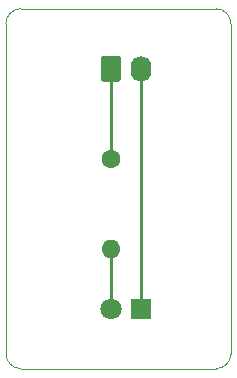
<source format=gbr>
%TF.GenerationSoftware,KiCad,Pcbnew,(5.1.9)-1*%
%TF.CreationDate,2021-04-29T16:19:52+09:00*%
%TF.ProjectId,esp32_nodemcu,65737033-325f-46e6-9f64-656d63752e6b,rev?*%
%TF.SameCoordinates,Original*%
%TF.FileFunction,Copper,L1,Top*%
%TF.FilePolarity,Positive*%
%FSLAX46Y46*%
G04 Gerber Fmt 4.6, Leading zero omitted, Abs format (unit mm)*
G04 Created by KiCad (PCBNEW (5.1.9)-1) date 2021-04-29 16:19:52*
%MOMM*%
%LPD*%
G01*
G04 APERTURE LIST*
%TA.AperFunction,Profile*%
%ADD10C,0.050000*%
%TD*%
%TA.AperFunction,ComponentPad*%
%ADD11R,1.800000X1.800000*%
%TD*%
%TA.AperFunction,ComponentPad*%
%ADD12C,1.800000*%
%TD*%
%TA.AperFunction,ComponentPad*%
%ADD13O,1.740000X2.190000*%
%TD*%
%TA.AperFunction,ComponentPad*%
%ADD14C,1.600000*%
%TD*%
%TA.AperFunction,ComponentPad*%
%ADD15O,1.600000X1.600000*%
%TD*%
%TA.AperFunction,Conductor*%
%ADD16C,0.250000*%
%TD*%
G04 APERTURE END LIST*
D10*
X132080000Y-86360000D02*
X148590000Y-86360000D01*
X149860000Y-57150000D02*
X149860000Y-85090000D01*
X132080000Y-55880000D02*
X148590000Y-55880000D01*
X149860000Y-85090000D02*
G75*
G02*
X148590000Y-86360000I-1270000J0D01*
G01*
X130810000Y-57150000D02*
X130810000Y-85090000D01*
X132080000Y-86360000D02*
G75*
G02*
X130810000Y-85090000I0J1270000D01*
G01*
X130810000Y-57150000D02*
G75*
G02*
X132080000Y-55880000I1270000J0D01*
G01*
X148590000Y-55880000D02*
G75*
G02*
X149860000Y-57150000I0J-1270000D01*
G01*
D11*
%TO.P,D1,1*%
%TO.N,GND*%
X142240000Y-81280000D03*
D12*
%TO.P,D1,2*%
%TO.N,Net-(D1-Pad2)*%
X139700000Y-81280000D03*
%TD*%
%TO.P,J1,1*%
%TO.N,+5V*%
%TA.AperFunction,ComponentPad*%
G36*
G01*
X138830000Y-61805001D02*
X138830000Y-60114999D01*
G75*
G02*
X139079999Y-59865000I249999J0D01*
G01*
X140320001Y-59865000D01*
G75*
G02*
X140570000Y-60114999I0J-249999D01*
G01*
X140570000Y-61805001D01*
G75*
G02*
X140320001Y-62055000I-249999J0D01*
G01*
X139079999Y-62055000D01*
G75*
G02*
X138830000Y-61805001I0J249999D01*
G01*
G37*
%TD.AperFunction*%
D13*
%TO.P,J1,2*%
%TO.N,GND*%
X142240000Y-60960000D03*
%TD*%
D14*
%TO.P,R1,1*%
%TO.N,+5V*%
X139700000Y-68580000D03*
D15*
%TO.P,R1,2*%
%TO.N,Net-(D1-Pad2)*%
X139700000Y-76200000D03*
%TD*%
D16*
%TO.N,GND*%
X142240000Y-60960000D02*
X142240000Y-81280000D01*
%TO.N,Net-(D1-Pad2)*%
X139700000Y-76200000D02*
X139700000Y-81280000D01*
%TO.N,+5V*%
X139700000Y-60960000D02*
X139700000Y-68580000D01*
%TD*%
M02*

</source>
